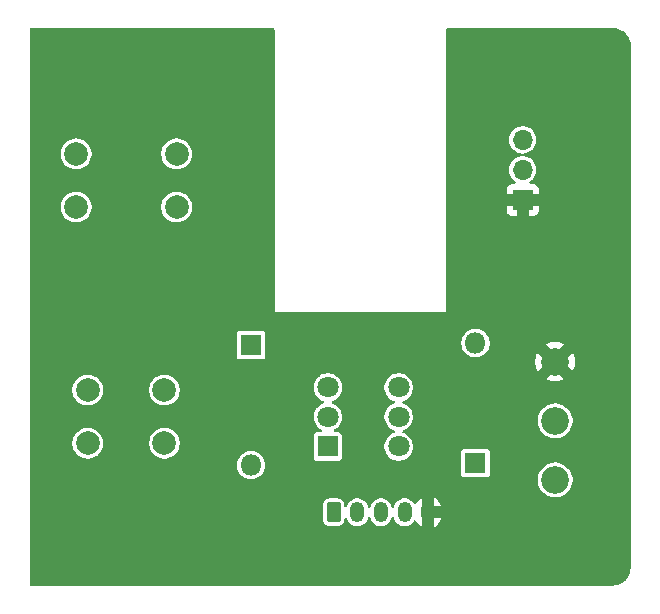
<source format=gbr>
%TF.GenerationSoftware,KiCad,Pcbnew,9.0.0*%
%TF.CreationDate,2025-03-25T16:41:30+02:00*%
%TF.ProjectId,aux,6175782e-6b69-4636-9164-5f7063625858,rev?*%
%TF.SameCoordinates,Original*%
%TF.FileFunction,Copper,L2,Bot*%
%TF.FilePolarity,Positive*%
%FSLAX46Y46*%
G04 Gerber Fmt 4.6, Leading zero omitted, Abs format (unit mm)*
G04 Created by KiCad (PCBNEW 9.0.0) date 2025-03-25 16:41:30*
%MOMM*%
%LPD*%
G01*
G04 APERTURE LIST*
G04 Aperture macros list*
%AMRoundRect*
0 Rectangle with rounded corners*
0 $1 Rounding radius*
0 $2 $3 $4 $5 $6 $7 $8 $9 X,Y pos of 4 corners*
0 Add a 4 corners polygon primitive as box body*
4,1,4,$2,$3,$4,$5,$6,$7,$8,$9,$2,$3,0*
0 Add four circle primitives for the rounded corners*
1,1,$1+$1,$2,$3*
1,1,$1+$1,$4,$5*
1,1,$1+$1,$6,$7*
1,1,$1+$1,$8,$9*
0 Add four rect primitives between the rounded corners*
20,1,$1+$1,$2,$3,$4,$5,0*
20,1,$1+$1,$4,$5,$6,$7,0*
20,1,$1+$1,$6,$7,$8,$9,0*
20,1,$1+$1,$8,$9,$2,$3,0*%
G04 Aperture macros list end*
%TA.AperFunction,ComponentPad*%
%ADD10R,1.800000X1.800000*%
%TD*%
%TA.AperFunction,ComponentPad*%
%ADD11O,1.800000X1.800000*%
%TD*%
%TA.AperFunction,ComponentPad*%
%ADD12C,2.000000*%
%TD*%
%TA.AperFunction,ComponentPad*%
%ADD13RoundRect,0.250000X-0.350000X-0.625000X0.350000X-0.625000X0.350000X0.625000X-0.350000X0.625000X0*%
%TD*%
%TA.AperFunction,ComponentPad*%
%ADD14O,1.200000X1.750000*%
%TD*%
%TA.AperFunction,ComponentPad*%
%ADD15C,1.800000*%
%TD*%
%TA.AperFunction,ComponentPad*%
%ADD16R,1.700000X1.700000*%
%TD*%
%TA.AperFunction,ComponentPad*%
%ADD17O,1.700000X1.700000*%
%TD*%
%TA.AperFunction,ComponentPad*%
%ADD18C,2.340000*%
%TD*%
G04 APERTURE END LIST*
D10*
%TO.P,D1,1,K*%
%TO.N,AUX_DETECT*%
X123750000Y-93340000D03*
D11*
%TO.P,D1,2,A*%
%TO.N,Net-(D1-A)*%
X123750000Y-103500000D03*
%TD*%
D12*
%TO.P,SW2,1,1*%
%TO.N,AUX_DIGITAL*%
X108950000Y-77150000D03*
X117450000Y-77150000D03*
%TO.P,SW2,2,2*%
%TO.N,AUX_DETECT*%
X108950000Y-81650000D03*
X117450000Y-81650000D03*
%TD*%
D13*
%TO.P,J5,1,Pin_1*%
%TO.N,Net-(D1-A)*%
X130750000Y-107500000D03*
D14*
%TO.P,J5,2,Pin_2*%
%TO.N,AUX_DETECT*%
X132750000Y-107500000D03*
%TO.P,J5,3,Pin_3*%
%TO.N,AUX_DIGITAL*%
X134750000Y-107500000D03*
%TO.P,J5,4,Pin_4*%
%TO.N,AUX_ANALOG*%
X136750000Y-107500000D03*
%TO.P,J5,5,Pin_5*%
%TO.N,GND*%
X138750000Y-107500000D03*
%TD*%
D10*
%TO.P,SW3,1,1*%
%TO.N,AUX_DIGITAL*%
X130250000Y-101922500D03*
D15*
%TO.P,SW3,2,2*%
%TO.N,AUX_DETECT*%
X130250000Y-99422500D03*
%TO.P,SW3,3*%
%TO.N,N/C*%
X130250000Y-96922500D03*
%TO.P,SW3,4*%
X136250000Y-101922500D03*
%TO.P,SW3,5*%
X136250000Y-99422500D03*
%TO.P,SW3,6*%
X136250000Y-96922500D03*
%TD*%
D10*
%TO.P,D4,1,K*%
%TO.N,AUX_DIGITAL*%
X142750000Y-103330000D03*
D11*
%TO.P,D4,2,A*%
%TO.N,Net-(D4-A)*%
X142750000Y-93170000D03*
%TD*%
D12*
%TO.P,SW1,1,1*%
%TO.N,AUX_DIGITAL*%
X116425000Y-101650000D03*
X109925000Y-101650000D03*
%TO.P,SW1,2,2*%
%TO.N,AUX_DETECT*%
X116425000Y-97150000D03*
X109925000Y-97150000D03*
%TD*%
D16*
%TO.P,J1,1,Pin_1*%
%TO.N,GND*%
X146750000Y-81040000D03*
D17*
%TO.P,J1,2,Pin_2*%
%TO.N,AUX_DETECT*%
X146750000Y-78500000D03*
%TO.P,J1,3,Pin_3*%
%TO.N,Net-(D4-A)*%
X146750000Y-75960000D03*
%TD*%
D18*
%TO.P,RV1,1,1*%
%TO.N,AUX_DETECT*%
X149500000Y-104750000D03*
%TO.P,RV1,2,2*%
%TO.N,AUX_ANALOG*%
X149500000Y-99750000D03*
%TO.P,RV1,3,3*%
%TO.N,GND*%
X149500000Y-94750000D03*
%TD*%
%TA.AperFunction,Conductor*%
%TO.N,GND*%
G36*
X125693039Y-66520185D02*
G01*
X125738794Y-66572989D01*
X125750000Y-66624500D01*
X125750000Y-90500000D01*
X140250000Y-90500000D01*
X140250000Y-81937844D01*
X145400000Y-81937844D01*
X145406401Y-81997372D01*
X145406403Y-81997379D01*
X145456645Y-82132086D01*
X145456649Y-82132093D01*
X145542809Y-82247187D01*
X145542812Y-82247190D01*
X145657906Y-82333350D01*
X145657913Y-82333354D01*
X145792620Y-82383596D01*
X145792627Y-82383598D01*
X145852155Y-82389999D01*
X145852172Y-82390000D01*
X146250000Y-82390000D01*
X147250000Y-82390000D01*
X147647828Y-82390000D01*
X147647844Y-82389999D01*
X147707372Y-82383598D01*
X147707379Y-82383596D01*
X147842086Y-82333354D01*
X147842093Y-82333350D01*
X147957187Y-82247190D01*
X147957190Y-82247187D01*
X148043350Y-82132093D01*
X148043354Y-82132086D01*
X148093596Y-81997379D01*
X148093598Y-81997372D01*
X148099999Y-81937844D01*
X148100000Y-81937827D01*
X148100000Y-81540000D01*
X147250000Y-81540000D01*
X147250000Y-82390000D01*
X146250000Y-82390000D01*
X146250000Y-81540000D01*
X145400000Y-81540000D01*
X145400000Y-81937844D01*
X140250000Y-81937844D01*
X140250000Y-80142155D01*
X145400000Y-80142155D01*
X145400000Y-80540000D01*
X146684174Y-80540000D01*
X146557007Y-80574075D01*
X146442993Y-80639901D01*
X146349901Y-80732993D01*
X146284075Y-80847007D01*
X146250000Y-80974174D01*
X146250000Y-81105826D01*
X146284075Y-81232993D01*
X146349901Y-81347007D01*
X146442993Y-81440099D01*
X146557007Y-81505925D01*
X146684174Y-81540000D01*
X146815826Y-81540000D01*
X146942993Y-81505925D01*
X147057007Y-81440099D01*
X147150099Y-81347007D01*
X147215925Y-81232993D01*
X147250000Y-81105826D01*
X147250000Y-80974174D01*
X147215925Y-80847007D01*
X147150099Y-80732993D01*
X147057007Y-80639901D01*
X146942993Y-80574075D01*
X146815826Y-80540000D01*
X148100000Y-80540000D01*
X148100000Y-80142172D01*
X148099999Y-80142155D01*
X148093598Y-80082627D01*
X148093596Y-80082620D01*
X148043354Y-79947913D01*
X148043350Y-79947906D01*
X147957190Y-79832812D01*
X147957187Y-79832809D01*
X147842093Y-79746649D01*
X147842086Y-79746645D01*
X147707379Y-79696403D01*
X147707372Y-79696401D01*
X147647844Y-79690000D01*
X147451087Y-79690000D01*
X147384048Y-79670315D01*
X147338293Y-79617511D01*
X147328349Y-79548353D01*
X147357374Y-79484797D01*
X147378202Y-79465682D01*
X147499495Y-79377558D01*
X147499497Y-79377555D01*
X147499501Y-79377553D01*
X147627553Y-79249501D01*
X147733996Y-79102994D01*
X147816211Y-78941639D01*
X147872171Y-78769409D01*
X147886765Y-78677259D01*
X147900500Y-78590551D01*
X147900500Y-78409448D01*
X147877191Y-78262287D01*
X147872171Y-78230591D01*
X147816211Y-78058361D01*
X147816211Y-78058360D01*
X147785054Y-77997213D01*
X147733996Y-77897006D01*
X147720396Y-77878287D01*
X147627558Y-77750505D01*
X147627554Y-77750500D01*
X147499499Y-77622445D01*
X147499494Y-77622441D01*
X147352997Y-77516006D01*
X147352996Y-77516005D01*
X147352994Y-77516004D01*
X147301300Y-77489664D01*
X147191639Y-77433788D01*
X147191636Y-77433787D01*
X147019410Y-77377829D01*
X146859321Y-77352473D01*
X146796186Y-77322544D01*
X146759255Y-77263232D01*
X146760253Y-77193370D01*
X146798863Y-77135137D01*
X146859321Y-77107527D01*
X146929425Y-77096422D01*
X147019409Y-77082171D01*
X147191639Y-77026211D01*
X147352994Y-76943996D01*
X147499501Y-76837553D01*
X147627553Y-76709501D01*
X147733996Y-76562994D01*
X147816211Y-76401639D01*
X147872171Y-76229409D01*
X147886765Y-76137259D01*
X147900500Y-76050551D01*
X147900500Y-75869448D01*
X147884019Y-75765397D01*
X147872171Y-75690591D01*
X147816211Y-75518361D01*
X147816211Y-75518360D01*
X147787740Y-75462484D01*
X147733996Y-75357006D01*
X147720396Y-75338287D01*
X147627558Y-75210505D01*
X147627554Y-75210500D01*
X147499499Y-75082445D01*
X147499494Y-75082441D01*
X147352997Y-74976006D01*
X147352996Y-74976005D01*
X147352994Y-74976004D01*
X147301300Y-74949664D01*
X147191639Y-74893788D01*
X147191636Y-74893787D01*
X147019410Y-74837829D01*
X146840551Y-74809500D01*
X146840546Y-74809500D01*
X146659454Y-74809500D01*
X146659449Y-74809500D01*
X146480589Y-74837829D01*
X146308363Y-74893787D01*
X146308360Y-74893788D01*
X146147002Y-74976006D01*
X146000505Y-75082441D01*
X146000500Y-75082445D01*
X145872445Y-75210500D01*
X145872441Y-75210505D01*
X145766006Y-75357002D01*
X145683788Y-75518360D01*
X145683787Y-75518363D01*
X145627829Y-75690589D01*
X145599500Y-75869448D01*
X145599500Y-76050551D01*
X145627829Y-76229410D01*
X145683787Y-76401636D01*
X145683788Y-76401639D01*
X145766006Y-76562997D01*
X145872441Y-76709494D01*
X145872445Y-76709499D01*
X146000500Y-76837554D01*
X146000505Y-76837558D01*
X146011390Y-76845466D01*
X146147006Y-76943996D01*
X146252484Y-76997740D01*
X146308360Y-77026211D01*
X146308363Y-77026212D01*
X146374338Y-77047648D01*
X146480591Y-77082171D01*
X146553639Y-77093740D01*
X146640678Y-77107527D01*
X146703813Y-77137456D01*
X146740744Y-77196768D01*
X146739746Y-77266631D01*
X146701136Y-77324863D01*
X146640678Y-77352473D01*
X146480589Y-77377829D01*
X146308363Y-77433787D01*
X146308360Y-77433788D01*
X146147002Y-77516006D01*
X146000505Y-77622441D01*
X146000500Y-77622445D01*
X145872445Y-77750500D01*
X145872441Y-77750505D01*
X145766006Y-77897002D01*
X145683788Y-78058360D01*
X145683787Y-78058363D01*
X145627829Y-78230589D01*
X145599500Y-78409448D01*
X145599500Y-78590551D01*
X145627829Y-78769410D01*
X145683787Y-78941636D01*
X145683788Y-78941639D01*
X145766006Y-79102997D01*
X145872441Y-79249494D01*
X145872445Y-79249499D01*
X146000504Y-79377558D01*
X146121798Y-79465682D01*
X146164464Y-79521011D01*
X146170443Y-79590625D01*
X146137838Y-79652420D01*
X146076999Y-79686777D01*
X146048913Y-79690000D01*
X145852155Y-79690000D01*
X145792627Y-79696401D01*
X145792620Y-79696403D01*
X145657913Y-79746645D01*
X145657906Y-79746649D01*
X145542812Y-79832809D01*
X145542809Y-79832812D01*
X145456649Y-79947906D01*
X145456645Y-79947913D01*
X145406403Y-80082620D01*
X145406401Y-80082627D01*
X145400000Y-80142155D01*
X140250000Y-80142155D01*
X140250000Y-66624500D01*
X140269685Y-66557461D01*
X140322489Y-66511706D01*
X140374000Y-66500500D01*
X154334108Y-66500500D01*
X154395572Y-66500500D01*
X154404418Y-66500816D01*
X154604561Y-66515130D01*
X154622063Y-66517647D01*
X154813797Y-66559355D01*
X154830755Y-66564334D01*
X154992064Y-66624500D01*
X155014609Y-66632909D01*
X155030701Y-66640259D01*
X155202904Y-66734288D01*
X155217784Y-66743849D01*
X155374867Y-66861441D01*
X155388237Y-66873027D01*
X155526972Y-67011762D01*
X155538558Y-67025132D01*
X155656146Y-67182210D01*
X155665711Y-67197095D01*
X155759740Y-67369298D01*
X155767090Y-67385390D01*
X155835662Y-67569236D01*
X155840646Y-67586212D01*
X155882351Y-67777931D01*
X155884869Y-67795443D01*
X155899181Y-67995557D01*
X155899497Y-68004443D01*
X155885309Y-112125996D01*
X155885286Y-112126362D01*
X155885286Y-112195572D01*
X155884970Y-112204419D01*
X155870655Y-112404556D01*
X155868137Y-112422067D01*
X155826432Y-112613785D01*
X155821448Y-112630761D01*
X155752877Y-112814605D01*
X155745527Y-112830698D01*
X155651497Y-113002900D01*
X155641932Y-113017784D01*
X155524348Y-113174857D01*
X155512762Y-113188228D01*
X155374017Y-113326972D01*
X155360646Y-113338557D01*
X155203581Y-113456134D01*
X155188697Y-113465700D01*
X155016483Y-113559734D01*
X155000390Y-113567083D01*
X154816552Y-113635650D01*
X154799577Y-113640634D01*
X154607858Y-113682339D01*
X154590345Y-113684857D01*
X154390221Y-113699169D01*
X154381376Y-113699485D01*
X105124000Y-113699493D01*
X105056961Y-113679808D01*
X105011206Y-113627004D01*
X105000000Y-113575493D01*
X105000000Y-106831898D01*
X129849500Y-106831898D01*
X129849500Y-108168102D01*
X129853516Y-108201541D01*
X129860122Y-108256561D01*
X129915639Y-108397343D01*
X130007077Y-108517922D01*
X130127656Y-108609360D01*
X130127657Y-108609360D01*
X130127658Y-108609361D01*
X130268436Y-108664877D01*
X130356898Y-108675500D01*
X130356903Y-108675500D01*
X131143097Y-108675500D01*
X131143102Y-108675500D01*
X131231564Y-108664877D01*
X131372342Y-108609361D01*
X131492922Y-108517922D01*
X131584361Y-108397342D01*
X131639877Y-108256564D01*
X131650500Y-108168102D01*
X131650500Y-108097080D01*
X131670185Y-108030041D01*
X131722989Y-107984286D01*
X131792147Y-107974342D01*
X131855703Y-108003367D01*
X131889061Y-108049628D01*
X131951983Y-108201541D01*
X131951990Y-108201553D01*
X132050535Y-108349034D01*
X132050538Y-108349038D01*
X132175961Y-108474461D01*
X132175965Y-108474464D01*
X132323446Y-108573009D01*
X132323459Y-108573016D01*
X132446363Y-108623923D01*
X132487334Y-108640894D01*
X132487336Y-108640894D01*
X132487341Y-108640896D01*
X132661304Y-108675499D01*
X132661307Y-108675500D01*
X132661309Y-108675500D01*
X132838693Y-108675500D01*
X132838694Y-108675499D01*
X132896682Y-108663964D01*
X133012658Y-108640896D01*
X133012661Y-108640894D01*
X133012666Y-108640894D01*
X133176547Y-108573013D01*
X133324035Y-108474464D01*
X133449464Y-108349035D01*
X133548013Y-108201547D01*
X133615894Y-108037666D01*
X133616906Y-108032581D01*
X133628383Y-107974882D01*
X133660768Y-107912971D01*
X133721483Y-107878397D01*
X133791253Y-107882136D01*
X133847925Y-107923003D01*
X133871617Y-107974882D01*
X133884103Y-108037658D01*
X133884106Y-108037667D01*
X133951983Y-108201540D01*
X133951990Y-108201553D01*
X134050535Y-108349034D01*
X134050538Y-108349038D01*
X134175961Y-108474461D01*
X134175965Y-108474464D01*
X134323446Y-108573009D01*
X134323459Y-108573016D01*
X134446363Y-108623923D01*
X134487334Y-108640894D01*
X134487336Y-108640894D01*
X134487341Y-108640896D01*
X134661304Y-108675499D01*
X134661307Y-108675500D01*
X134661309Y-108675500D01*
X134838693Y-108675500D01*
X134838694Y-108675499D01*
X134896682Y-108663964D01*
X135012658Y-108640896D01*
X135012661Y-108640894D01*
X135012666Y-108640894D01*
X135176547Y-108573013D01*
X135324035Y-108474464D01*
X135449464Y-108349035D01*
X135548013Y-108201547D01*
X135615894Y-108037666D01*
X135616906Y-108032581D01*
X135628383Y-107974882D01*
X135660768Y-107912971D01*
X135721483Y-107878397D01*
X135791253Y-107882136D01*
X135847925Y-107923003D01*
X135871617Y-107974882D01*
X135884103Y-108037658D01*
X135884106Y-108037667D01*
X135951983Y-108201540D01*
X135951990Y-108201553D01*
X136050535Y-108349034D01*
X136050538Y-108349038D01*
X136175961Y-108474461D01*
X136175965Y-108474464D01*
X136323446Y-108573009D01*
X136323459Y-108573016D01*
X136446363Y-108623923D01*
X136487334Y-108640894D01*
X136487336Y-108640894D01*
X136487341Y-108640896D01*
X136661304Y-108675499D01*
X136661307Y-108675500D01*
X136661309Y-108675500D01*
X136838693Y-108675500D01*
X136838694Y-108675499D01*
X136896682Y-108663964D01*
X137012658Y-108640896D01*
X137012661Y-108640894D01*
X137012666Y-108640894D01*
X137176547Y-108573013D01*
X137324035Y-108474464D01*
X137449464Y-108349035D01*
X137535302Y-108220569D01*
X137588914Y-108175765D01*
X137658239Y-108167058D01*
X137721267Y-108197212D01*
X137748889Y-108233166D01*
X137809195Y-108351524D01*
X137910967Y-108491602D01*
X138033397Y-108614032D01*
X138173478Y-108715805D01*
X138250000Y-108754794D01*
X139250000Y-108754794D01*
X139326521Y-108715805D01*
X139466602Y-108614032D01*
X139589032Y-108491602D01*
X139690804Y-108351524D01*
X139769408Y-108197255D01*
X139822914Y-108032581D01*
X139828075Y-108000000D01*
X139250000Y-108000000D01*
X139250000Y-108754794D01*
X138250000Y-108754794D01*
X138250000Y-107450630D01*
X138375000Y-107450630D01*
X138375000Y-107549370D01*
X138400556Y-107644745D01*
X138449925Y-107730255D01*
X138519745Y-107800075D01*
X138605255Y-107849444D01*
X138700630Y-107875000D01*
X138799370Y-107875000D01*
X138894745Y-107849444D01*
X138980255Y-107800075D01*
X139050075Y-107730255D01*
X139099444Y-107644745D01*
X139125000Y-107549370D01*
X139125000Y-107450630D01*
X139099444Y-107355255D01*
X139050075Y-107269745D01*
X138980255Y-107199925D01*
X138894745Y-107150556D01*
X138799370Y-107125000D01*
X138700630Y-107125000D01*
X138605255Y-107150556D01*
X138519745Y-107199925D01*
X138449925Y-107269745D01*
X138400556Y-107355255D01*
X138375000Y-107450630D01*
X138250000Y-107450630D01*
X138250000Y-107000000D01*
X139250000Y-107000000D01*
X139828075Y-107000000D01*
X139822914Y-106967418D01*
X139769408Y-106802744D01*
X139690804Y-106648475D01*
X139589032Y-106508397D01*
X139466602Y-106385967D01*
X139326521Y-106284194D01*
X139250000Y-106245203D01*
X139250000Y-107000000D01*
X138250000Y-107000000D01*
X138250000Y-106245204D01*
X138249999Y-106245203D01*
X138173478Y-106284194D01*
X138033397Y-106385967D01*
X137910967Y-106508397D01*
X137809195Y-106648475D01*
X137748889Y-106766833D01*
X137700914Y-106817629D01*
X137633093Y-106834424D01*
X137566958Y-106811886D01*
X137535302Y-106779429D01*
X137449464Y-106650965D01*
X137449461Y-106650961D01*
X137324038Y-106525538D01*
X137324034Y-106525535D01*
X137176553Y-106426990D01*
X137176540Y-106426983D01*
X137012667Y-106359106D01*
X137012658Y-106359103D01*
X136838694Y-106324500D01*
X136838691Y-106324500D01*
X136661309Y-106324500D01*
X136661306Y-106324500D01*
X136487341Y-106359103D01*
X136487332Y-106359106D01*
X136323459Y-106426983D01*
X136323446Y-106426990D01*
X136175965Y-106525535D01*
X136175961Y-106525538D01*
X136050538Y-106650961D01*
X136050535Y-106650965D01*
X135951990Y-106798446D01*
X135951983Y-106798459D01*
X135884106Y-106962332D01*
X135884104Y-106962340D01*
X135871617Y-107025118D01*
X135839232Y-107087028D01*
X135778516Y-107121603D01*
X135708747Y-107117863D01*
X135652075Y-107076996D01*
X135628383Y-107025118D01*
X135615895Y-106962340D01*
X135615894Y-106962334D01*
X135562913Y-106834424D01*
X135548016Y-106798459D01*
X135548009Y-106798446D01*
X135449464Y-106650965D01*
X135449461Y-106650961D01*
X135324038Y-106525538D01*
X135324034Y-106525535D01*
X135176553Y-106426990D01*
X135176540Y-106426983D01*
X135012667Y-106359106D01*
X135012658Y-106359103D01*
X134838694Y-106324500D01*
X134838691Y-106324500D01*
X134661309Y-106324500D01*
X134661306Y-106324500D01*
X134487341Y-106359103D01*
X134487332Y-106359106D01*
X134323459Y-106426983D01*
X134323446Y-106426990D01*
X134175965Y-106525535D01*
X134175961Y-106525538D01*
X134050538Y-106650961D01*
X134050535Y-106650965D01*
X133951990Y-106798446D01*
X133951983Y-106798459D01*
X133884106Y-106962332D01*
X133884104Y-106962340D01*
X133871617Y-107025118D01*
X133839232Y-107087028D01*
X133778516Y-107121603D01*
X133708747Y-107117863D01*
X133652075Y-107076996D01*
X133628383Y-107025118D01*
X133615895Y-106962340D01*
X133615894Y-106962334D01*
X133562913Y-106834424D01*
X133548016Y-106798459D01*
X133548009Y-106798446D01*
X133449464Y-106650965D01*
X133449461Y-106650961D01*
X133324038Y-106525538D01*
X133324034Y-106525535D01*
X133176553Y-106426990D01*
X133176540Y-106426983D01*
X133012667Y-106359106D01*
X133012658Y-106359103D01*
X132838694Y-106324500D01*
X132838691Y-106324500D01*
X132661309Y-106324500D01*
X132661306Y-106324500D01*
X132487341Y-106359103D01*
X132487332Y-106359106D01*
X132323459Y-106426983D01*
X132323446Y-106426990D01*
X132175965Y-106525535D01*
X132175961Y-106525538D01*
X132050538Y-106650961D01*
X132050535Y-106650965D01*
X131951990Y-106798446D01*
X131951983Y-106798459D01*
X131889061Y-106950371D01*
X131845221Y-107004775D01*
X131778927Y-107026840D01*
X131711227Y-107009561D01*
X131663616Y-106958424D01*
X131650500Y-106902919D01*
X131650500Y-106831903D01*
X131650500Y-106831898D01*
X131639877Y-106743436D01*
X131584361Y-106602658D01*
X131584360Y-106602657D01*
X131584360Y-106602656D01*
X131492922Y-106482077D01*
X131372343Y-106390639D01*
X131231561Y-106335122D01*
X131185926Y-106329642D01*
X131143102Y-106324500D01*
X130356898Y-106324500D01*
X130317853Y-106329188D01*
X130268438Y-106335122D01*
X130127656Y-106390639D01*
X130007077Y-106482077D01*
X129915639Y-106602656D01*
X129860122Y-106743438D01*
X129857313Y-106766833D01*
X129849500Y-106831898D01*
X105000000Y-106831898D01*
X105000000Y-103405513D01*
X122549500Y-103405513D01*
X122549500Y-103594486D01*
X122579059Y-103781118D01*
X122637454Y-103960836D01*
X122723240Y-104129199D01*
X122834310Y-104282073D01*
X122967927Y-104415690D01*
X123120801Y-104526760D01*
X123200347Y-104567290D01*
X123289163Y-104612545D01*
X123289165Y-104612545D01*
X123289168Y-104612547D01*
X123356021Y-104634269D01*
X123468881Y-104670940D01*
X123655514Y-104700500D01*
X123655519Y-104700500D01*
X123844486Y-104700500D01*
X124031118Y-104670940D01*
X124143979Y-104634269D01*
X148029500Y-104634269D01*
X148029500Y-104865730D01*
X148065709Y-105094344D01*
X148137232Y-105314473D01*
X148137233Y-105314476D01*
X148242318Y-105520713D01*
X148378359Y-105707959D01*
X148378363Y-105707964D01*
X148542035Y-105871636D01*
X148542040Y-105871640D01*
X148705366Y-105990302D01*
X148729290Y-106007684D01*
X148864106Y-106076376D01*
X148935523Y-106112766D01*
X148935526Y-106112767D01*
X149045590Y-106148528D01*
X149155657Y-106184291D01*
X149384269Y-106220500D01*
X149384270Y-106220500D01*
X149615730Y-106220500D01*
X149615731Y-106220500D01*
X149844343Y-106184291D01*
X150064476Y-106112766D01*
X150270710Y-106007684D01*
X150457966Y-105871635D01*
X150621635Y-105707966D01*
X150757684Y-105520710D01*
X150862766Y-105314476D01*
X150934291Y-105094343D01*
X150970500Y-104865731D01*
X150970500Y-104634269D01*
X150934291Y-104405657D01*
X150862766Y-104185524D01*
X150862766Y-104185523D01*
X150826376Y-104114106D01*
X150757684Y-103979290D01*
X150740302Y-103955366D01*
X150621640Y-103792040D01*
X150621636Y-103792035D01*
X150457964Y-103628363D01*
X150457959Y-103628359D01*
X150270713Y-103492318D01*
X150270712Y-103492317D01*
X150270710Y-103492316D01*
X150204638Y-103458650D01*
X150064476Y-103387233D01*
X150064473Y-103387232D01*
X149844344Y-103315709D01*
X149730037Y-103297604D01*
X149615731Y-103279500D01*
X149384269Y-103279500D01*
X149308065Y-103291569D01*
X149155655Y-103315709D01*
X148935526Y-103387232D01*
X148935523Y-103387233D01*
X148729286Y-103492318D01*
X148542040Y-103628359D01*
X148542035Y-103628363D01*
X148378363Y-103792035D01*
X148378359Y-103792040D01*
X148242318Y-103979286D01*
X148137233Y-104185523D01*
X148137232Y-104185526D01*
X148065709Y-104405655D01*
X148029500Y-104634269D01*
X124143979Y-104634269D01*
X124210832Y-104612547D01*
X124379199Y-104526760D01*
X124532073Y-104415690D01*
X124665690Y-104282073D01*
X124776760Y-104129199D01*
X124862547Y-103960832D01*
X124920940Y-103781118D01*
X124950500Y-103594486D01*
X124950500Y-103405513D01*
X124920940Y-103218881D01*
X124889786Y-103123000D01*
X124862547Y-103039168D01*
X124862545Y-103039165D01*
X124862545Y-103039163D01*
X124801052Y-102918477D01*
X124776760Y-102870801D01*
X124665690Y-102717927D01*
X124532073Y-102584310D01*
X124379199Y-102473240D01*
X124210836Y-102387454D01*
X124031118Y-102329059D01*
X123844486Y-102299500D01*
X123844481Y-102299500D01*
X123655519Y-102299500D01*
X123655514Y-102299500D01*
X123468881Y-102329059D01*
X123289163Y-102387454D01*
X123120800Y-102473240D01*
X123033579Y-102536610D01*
X122967927Y-102584310D01*
X122967925Y-102584312D01*
X122967924Y-102584312D01*
X122834312Y-102717924D01*
X122834312Y-102717925D01*
X122834310Y-102717927D01*
X122786610Y-102783579D01*
X122723240Y-102870800D01*
X122637454Y-103039163D01*
X122579059Y-103218881D01*
X122549500Y-103405513D01*
X105000000Y-103405513D01*
X105000000Y-101547648D01*
X108624500Y-101547648D01*
X108624500Y-101752351D01*
X108656522Y-101954534D01*
X108719781Y-102149223D01*
X108774816Y-102257234D01*
X108811413Y-102329059D01*
X108812715Y-102331613D01*
X108933028Y-102497213D01*
X109077786Y-102641971D01*
X109182330Y-102717925D01*
X109243390Y-102762287D01*
X109359607Y-102821503D01*
X109425776Y-102855218D01*
X109425778Y-102855218D01*
X109425781Y-102855220D01*
X109530137Y-102889127D01*
X109620465Y-102918477D01*
X109721557Y-102934488D01*
X109822648Y-102950500D01*
X109822649Y-102950500D01*
X110027351Y-102950500D01*
X110027352Y-102950500D01*
X110229534Y-102918477D01*
X110424219Y-102855220D01*
X110606610Y-102762287D01*
X110699590Y-102694732D01*
X110772213Y-102641971D01*
X110772215Y-102641968D01*
X110772219Y-102641966D01*
X110916966Y-102497219D01*
X110916968Y-102497215D01*
X110916971Y-102497213D01*
X110999709Y-102383332D01*
X111037287Y-102331610D01*
X111130220Y-102149219D01*
X111193477Y-101954534D01*
X111225500Y-101752352D01*
X111225500Y-101547648D01*
X115124500Y-101547648D01*
X115124500Y-101752351D01*
X115156522Y-101954534D01*
X115219781Y-102149223D01*
X115274816Y-102257234D01*
X115311413Y-102329059D01*
X115312715Y-102331613D01*
X115433028Y-102497213D01*
X115577786Y-102641971D01*
X115682330Y-102717925D01*
X115743390Y-102762287D01*
X115859607Y-102821503D01*
X115925776Y-102855218D01*
X115925778Y-102855218D01*
X115925781Y-102855220D01*
X116030137Y-102889127D01*
X116120465Y-102918477D01*
X116221557Y-102934488D01*
X116322648Y-102950500D01*
X116322649Y-102950500D01*
X116527351Y-102950500D01*
X116527352Y-102950500D01*
X116729534Y-102918477D01*
X116924219Y-102855220D01*
X117106610Y-102762287D01*
X117199590Y-102694732D01*
X117272213Y-102641971D01*
X117272215Y-102641968D01*
X117272219Y-102641966D01*
X117416966Y-102497219D01*
X117416968Y-102497215D01*
X117416971Y-102497213D01*
X117499709Y-102383332D01*
X117537287Y-102331610D01*
X117630220Y-102149219D01*
X117693477Y-101954534D01*
X117725500Y-101752352D01*
X117725500Y-101547648D01*
X117693477Y-101345466D01*
X117630220Y-101150781D01*
X117630218Y-101150778D01*
X117630218Y-101150776D01*
X117557308Y-101007684D01*
X117537287Y-100968390D01*
X117525747Y-100952506D01*
X117416971Y-100802786D01*
X117272213Y-100658028D01*
X117106613Y-100537715D01*
X117106612Y-100537714D01*
X117106610Y-100537713D01*
X117049653Y-100508691D01*
X116924223Y-100444781D01*
X116729534Y-100381522D01*
X116554995Y-100353878D01*
X116527352Y-100349500D01*
X116322648Y-100349500D01*
X116298329Y-100353351D01*
X116120465Y-100381522D01*
X115925776Y-100444781D01*
X115743386Y-100537715D01*
X115577786Y-100658028D01*
X115433028Y-100802786D01*
X115312715Y-100968386D01*
X115219781Y-101150776D01*
X115156522Y-101345465D01*
X115124500Y-101547648D01*
X111225500Y-101547648D01*
X111193477Y-101345466D01*
X111130220Y-101150781D01*
X111130218Y-101150778D01*
X111130218Y-101150776D01*
X111057308Y-101007684D01*
X111037287Y-100968390D01*
X111025747Y-100952506D01*
X110916971Y-100802786D01*
X110772213Y-100658028D01*
X110606613Y-100537715D01*
X110606612Y-100537714D01*
X110606610Y-100537713D01*
X110549653Y-100508691D01*
X110424223Y-100444781D01*
X110229534Y-100381522D01*
X110054995Y-100353878D01*
X110027352Y-100349500D01*
X109822648Y-100349500D01*
X109798329Y-100353351D01*
X109620465Y-100381522D01*
X109425776Y-100444781D01*
X109243386Y-100537715D01*
X109077786Y-100658028D01*
X108933028Y-100802786D01*
X108812715Y-100968386D01*
X108719781Y-101150776D01*
X108656522Y-101345465D01*
X108624500Y-101547648D01*
X105000000Y-101547648D01*
X105000000Y-97047648D01*
X108624500Y-97047648D01*
X108624500Y-97252351D01*
X108656522Y-97454534D01*
X108719781Y-97649223D01*
X108812715Y-97831613D01*
X108933028Y-97997213D01*
X109077786Y-98141971D01*
X109187939Y-98222000D01*
X109243390Y-98262287D01*
X109359607Y-98321503D01*
X109425776Y-98355218D01*
X109425778Y-98355218D01*
X109425781Y-98355220D01*
X109524304Y-98387232D01*
X109620465Y-98418477D01*
X109721557Y-98434488D01*
X109822648Y-98450500D01*
X109822649Y-98450500D01*
X110027351Y-98450500D01*
X110027352Y-98450500D01*
X110229534Y-98418477D01*
X110424219Y-98355220D01*
X110606610Y-98262287D01*
X110710737Y-98186635D01*
X110772213Y-98141971D01*
X110772215Y-98141968D01*
X110772219Y-98141966D01*
X110916966Y-97997219D01*
X110916968Y-97997215D01*
X110916971Y-97997213D01*
X111032506Y-97838190D01*
X111037287Y-97831610D01*
X111130220Y-97649219D01*
X111193477Y-97454534D01*
X111225500Y-97252352D01*
X111225500Y-97047648D01*
X115124500Y-97047648D01*
X115124500Y-97252351D01*
X115156522Y-97454534D01*
X115219781Y-97649223D01*
X115312715Y-97831613D01*
X115433028Y-97997213D01*
X115577786Y-98141971D01*
X115687939Y-98222000D01*
X115743390Y-98262287D01*
X115859607Y-98321503D01*
X115925776Y-98355218D01*
X115925778Y-98355218D01*
X115925781Y-98355220D01*
X116024304Y-98387232D01*
X116120465Y-98418477D01*
X116221557Y-98434488D01*
X116322648Y-98450500D01*
X116322649Y-98450500D01*
X116527351Y-98450500D01*
X116527352Y-98450500D01*
X116729534Y-98418477D01*
X116924219Y-98355220D01*
X117106610Y-98262287D01*
X117210737Y-98186635D01*
X117272213Y-98141971D01*
X117272215Y-98141968D01*
X117272219Y-98141966D01*
X117416966Y-97997219D01*
X117416968Y-97997215D01*
X117416971Y-97997213D01*
X117532506Y-97838190D01*
X117537287Y-97831610D01*
X117630220Y-97649219D01*
X117693477Y-97454534D01*
X117725500Y-97252352D01*
X117725500Y-97047648D01*
X117693477Y-96845466D01*
X117687806Y-96828013D01*
X129049500Y-96828013D01*
X129049500Y-97016986D01*
X129079059Y-97203618D01*
X129137454Y-97383336D01*
X129173732Y-97454534D01*
X129223240Y-97551699D01*
X129334310Y-97704573D01*
X129467927Y-97838190D01*
X129620801Y-97949260D01*
X129700347Y-97989790D01*
X129789163Y-98035045D01*
X129789165Y-98035045D01*
X129789168Y-98035047D01*
X129849251Y-98054569D01*
X129906926Y-98094007D01*
X129934124Y-98158366D01*
X129922209Y-98227212D01*
X129874965Y-98278688D01*
X129849253Y-98290430D01*
X129830756Y-98296439D01*
X129789163Y-98309954D01*
X129620800Y-98395740D01*
X129589506Y-98418477D01*
X129467927Y-98506810D01*
X129467925Y-98506812D01*
X129467924Y-98506812D01*
X129334312Y-98640424D01*
X129334312Y-98640425D01*
X129334310Y-98640427D01*
X129286610Y-98706079D01*
X129223240Y-98793300D01*
X129137454Y-98961663D01*
X129079059Y-99141381D01*
X129049500Y-99328013D01*
X129049500Y-99516986D01*
X129079059Y-99703618D01*
X129137454Y-99883336D01*
X129223240Y-100051699D01*
X129334310Y-100204573D01*
X129467927Y-100338190D01*
X129582582Y-100421492D01*
X129620802Y-100449261D01*
X129695881Y-100487515D01*
X129746677Y-100535489D01*
X129763473Y-100603310D01*
X129740936Y-100669445D01*
X129686221Y-100712897D01*
X129639587Y-100722000D01*
X129305143Y-100722000D01*
X129305117Y-100722002D01*
X129280012Y-100724913D01*
X129280008Y-100724915D01*
X129177235Y-100770293D01*
X129097794Y-100849734D01*
X129052415Y-100952506D01*
X129052415Y-100952508D01*
X129049500Y-100977631D01*
X129049500Y-102867356D01*
X129049502Y-102867382D01*
X129052413Y-102892487D01*
X129052415Y-102892491D01*
X129097793Y-102995264D01*
X129097794Y-102995265D01*
X129177235Y-103074706D01*
X129280009Y-103120085D01*
X129305135Y-103123000D01*
X131194864Y-103122999D01*
X131194879Y-103122997D01*
X131194882Y-103122997D01*
X131219987Y-103120086D01*
X131219988Y-103120085D01*
X131219991Y-103120085D01*
X131322765Y-103074706D01*
X131402206Y-102995265D01*
X131447585Y-102892491D01*
X131450500Y-102867365D01*
X131450499Y-100977636D01*
X131449427Y-100968390D01*
X131447586Y-100952512D01*
X131447585Y-100952510D01*
X131447585Y-100952509D01*
X131402206Y-100849735D01*
X131322765Y-100770294D01*
X131322763Y-100770293D01*
X131219992Y-100724915D01*
X131194868Y-100722000D01*
X130860413Y-100722000D01*
X130793374Y-100702315D01*
X130747619Y-100649511D01*
X130737675Y-100580353D01*
X130766700Y-100516797D01*
X130804119Y-100487515D01*
X130879197Y-100449261D01*
X130879196Y-100449261D01*
X130879199Y-100449260D01*
X131032073Y-100338190D01*
X131165690Y-100204573D01*
X131276760Y-100051699D01*
X131362547Y-99883332D01*
X131420940Y-99703618D01*
X131435768Y-99609999D01*
X131450500Y-99516986D01*
X131450500Y-99328013D01*
X131420940Y-99141381D01*
X131393846Y-99057997D01*
X131362547Y-98961668D01*
X131362545Y-98961665D01*
X131362545Y-98961663D01*
X131276759Y-98793300D01*
X131275839Y-98792034D01*
X131165690Y-98640427D01*
X131032073Y-98506810D01*
X130879199Y-98395740D01*
X130710832Y-98309953D01*
X130650748Y-98290430D01*
X130593073Y-98250993D01*
X130565875Y-98186635D01*
X130577790Y-98117788D01*
X130625034Y-98066313D01*
X130650746Y-98054569D01*
X130710832Y-98035047D01*
X130879199Y-97949260D01*
X131032073Y-97838190D01*
X131165690Y-97704573D01*
X131276760Y-97551699D01*
X131362547Y-97383332D01*
X131420940Y-97203618D01*
X131450500Y-97016986D01*
X131450500Y-96828013D01*
X135049500Y-96828013D01*
X135049500Y-97016986D01*
X135079059Y-97203618D01*
X135137454Y-97383336D01*
X135173732Y-97454534D01*
X135223240Y-97551699D01*
X135334310Y-97704573D01*
X135467927Y-97838190D01*
X135620801Y-97949260D01*
X135700347Y-97989790D01*
X135789163Y-98035045D01*
X135789165Y-98035045D01*
X135789168Y-98035047D01*
X135849251Y-98054569D01*
X135906926Y-98094007D01*
X135934124Y-98158366D01*
X135922209Y-98227212D01*
X135874965Y-98278688D01*
X135849253Y-98290430D01*
X135830756Y-98296439D01*
X135789163Y-98309954D01*
X135620800Y-98395740D01*
X135589506Y-98418477D01*
X135467927Y-98506810D01*
X135467925Y-98506812D01*
X135467924Y-98506812D01*
X135334312Y-98640424D01*
X135334312Y-98640425D01*
X135334310Y-98640427D01*
X135286610Y-98706079D01*
X135223240Y-98793300D01*
X135137454Y-98961663D01*
X135079059Y-99141381D01*
X135049500Y-99328013D01*
X135049500Y-99516986D01*
X135079059Y-99703618D01*
X135137454Y-99883336D01*
X135223240Y-100051699D01*
X135334310Y-100204573D01*
X135467927Y-100338190D01*
X135620801Y-100449260D01*
X135695881Y-100487515D01*
X135789163Y-100535045D01*
X135789165Y-100535045D01*
X135789168Y-100535047D01*
X135849251Y-100554569D01*
X135906926Y-100594007D01*
X135934124Y-100658366D01*
X135922209Y-100727212D01*
X135874965Y-100778688D01*
X135849253Y-100790430D01*
X135830756Y-100796439D01*
X135789163Y-100809954D01*
X135620800Y-100895740D01*
X135542661Y-100952512D01*
X135467927Y-101006810D01*
X135467925Y-101006812D01*
X135467924Y-101006812D01*
X135334312Y-101140424D01*
X135334312Y-101140425D01*
X135334310Y-101140427D01*
X135302442Y-101184290D01*
X135223240Y-101293300D01*
X135137454Y-101461663D01*
X135079059Y-101641381D01*
X135049500Y-101828013D01*
X135049500Y-102016986D01*
X135079059Y-102203618D01*
X135137454Y-102383336D01*
X135183263Y-102473240D01*
X135223240Y-102551699D01*
X135334310Y-102704573D01*
X135467927Y-102838190D01*
X135620801Y-102949260D01*
X135700347Y-102989790D01*
X135789163Y-103035045D01*
X135789165Y-103035045D01*
X135789168Y-103035047D01*
X135885497Y-103066346D01*
X135968881Y-103093440D01*
X136155514Y-103123000D01*
X136155519Y-103123000D01*
X136344486Y-103123000D01*
X136531118Y-103093440D01*
X136710832Y-103035047D01*
X136879199Y-102949260D01*
X137032073Y-102838190D01*
X137165690Y-102704573D01*
X137276760Y-102551699D01*
X137361630Y-102385131D01*
X141549500Y-102385131D01*
X141549500Y-104274856D01*
X141549502Y-104274882D01*
X141552413Y-104299987D01*
X141552415Y-104299991D01*
X141597793Y-104402764D01*
X141597794Y-104402765D01*
X141677235Y-104482206D01*
X141780009Y-104527585D01*
X141805135Y-104530500D01*
X143694864Y-104530499D01*
X143694879Y-104530497D01*
X143694882Y-104530497D01*
X143719987Y-104527586D01*
X143719988Y-104527585D01*
X143719991Y-104527585D01*
X143740899Y-104518353D01*
X143746313Y-104515963D01*
X143774572Y-104503485D01*
X143822765Y-104482206D01*
X143902206Y-104402765D01*
X143947585Y-104299991D01*
X143950500Y-104274865D01*
X143950499Y-102385136D01*
X143950290Y-102383332D01*
X143947586Y-102360012D01*
X143947585Y-102360010D01*
X143947585Y-102360009D01*
X143902206Y-102257235D01*
X143822765Y-102177794D01*
X143758049Y-102149219D01*
X143719992Y-102132415D01*
X143694865Y-102129500D01*
X141805143Y-102129500D01*
X141805117Y-102129502D01*
X141780012Y-102132413D01*
X141780008Y-102132415D01*
X141677235Y-102177793D01*
X141597794Y-102257234D01*
X141552415Y-102360006D01*
X141552415Y-102360008D01*
X141549500Y-102385131D01*
X137361630Y-102385131D01*
X137362545Y-102383336D01*
X137362545Y-102383335D01*
X137362547Y-102383332D01*
X137420940Y-102203618D01*
X137429556Y-102149219D01*
X137450500Y-102016986D01*
X137450500Y-101828013D01*
X137420940Y-101641381D01*
X137362545Y-101461663D01*
X137276759Y-101293300D01*
X137165690Y-101140427D01*
X137032073Y-101006810D01*
X136879199Y-100895740D01*
X136710832Y-100809953D01*
X136650748Y-100790430D01*
X136593073Y-100750993D01*
X136565875Y-100686635D01*
X136577790Y-100617788D01*
X136625034Y-100566313D01*
X136650746Y-100554569D01*
X136710832Y-100535047D01*
X136879199Y-100449260D01*
X137032073Y-100338190D01*
X137165690Y-100204573D01*
X137276760Y-100051699D01*
X137362547Y-99883332D01*
X137420940Y-99703618D01*
X137431924Y-99634269D01*
X148029500Y-99634269D01*
X148029500Y-99865731D01*
X148047604Y-99980037D01*
X148065709Y-100094344D01*
X148137232Y-100314473D01*
X148137233Y-100314476D01*
X148203628Y-100444781D01*
X148240322Y-100516797D01*
X148242318Y-100520713D01*
X148378359Y-100707959D01*
X148378363Y-100707964D01*
X148542035Y-100871636D01*
X148542040Y-100871640D01*
X148653348Y-100952509D01*
X148729290Y-101007684D01*
X148864106Y-101076376D01*
X148935523Y-101112766D01*
X148935526Y-101112767D01*
X149020647Y-101140424D01*
X149155657Y-101184291D01*
X149384269Y-101220500D01*
X149384270Y-101220500D01*
X149615730Y-101220500D01*
X149615731Y-101220500D01*
X149844343Y-101184291D01*
X150064476Y-101112766D01*
X150270710Y-101007684D01*
X150457966Y-100871635D01*
X150621635Y-100707966D01*
X150757684Y-100520710D01*
X150862766Y-100314476D01*
X150934291Y-100094343D01*
X150970500Y-99865731D01*
X150970500Y-99634269D01*
X150934291Y-99405657D01*
X150862766Y-99185524D01*
X150862766Y-99185523D01*
X150826376Y-99114106D01*
X150757684Y-98979290D01*
X150622555Y-98793300D01*
X150621640Y-98792040D01*
X150621636Y-98792035D01*
X150457964Y-98628363D01*
X150457959Y-98628359D01*
X150270713Y-98492318D01*
X150270712Y-98492317D01*
X150270710Y-98492316D01*
X150188642Y-98450500D01*
X150064476Y-98387233D01*
X150064473Y-98387232D01*
X149844344Y-98315709D01*
X149730037Y-98297604D01*
X149615731Y-98279500D01*
X149384269Y-98279500D01*
X149315254Y-98290431D01*
X149155655Y-98315709D01*
X148935526Y-98387232D01*
X148935523Y-98387233D01*
X148729286Y-98492318D01*
X148542040Y-98628359D01*
X148542035Y-98628363D01*
X148378363Y-98792035D01*
X148378359Y-98792040D01*
X148242318Y-98979286D01*
X148137233Y-99185523D01*
X148137232Y-99185526D01*
X148065709Y-99405655D01*
X148065709Y-99405657D01*
X148029500Y-99634269D01*
X137431924Y-99634269D01*
X137435768Y-99609999D01*
X137450500Y-99516986D01*
X137450500Y-99328013D01*
X137420940Y-99141381D01*
X137393846Y-99057997D01*
X137362547Y-98961668D01*
X137362545Y-98961665D01*
X137362545Y-98961663D01*
X137276759Y-98793300D01*
X137275839Y-98792034D01*
X137165690Y-98640427D01*
X137032073Y-98506810D01*
X136879199Y-98395740D01*
X136710832Y-98309953D01*
X136650748Y-98290430D01*
X136593073Y-98250993D01*
X136565875Y-98186635D01*
X136577790Y-98117788D01*
X136625034Y-98066313D01*
X136650746Y-98054569D01*
X136710832Y-98035047D01*
X136879199Y-97949260D01*
X137032073Y-97838190D01*
X137165690Y-97704573D01*
X137276760Y-97551699D01*
X137362547Y-97383332D01*
X137420940Y-97203618D01*
X137450500Y-97016986D01*
X137450500Y-96828013D01*
X137420940Y-96641381D01*
X137364731Y-96468390D01*
X137362547Y-96461668D01*
X137362545Y-96461665D01*
X137362545Y-96461663D01*
X137297887Y-96334765D01*
X137276760Y-96293301D01*
X137276758Y-96293298D01*
X137276757Y-96293296D01*
X137252413Y-96259790D01*
X137252411Y-96259788D01*
X137231744Y-96231343D01*
X148725762Y-96231343D01*
X148759780Y-96250984D01*
X148759801Y-96250994D01*
X148962043Y-96334765D01*
X149173503Y-96391426D01*
X149390532Y-96419998D01*
X149390549Y-96420000D01*
X149609451Y-96420000D01*
X149609467Y-96419998D01*
X149826496Y-96391426D01*
X150037956Y-96334765D01*
X150240201Y-96250993D01*
X150240214Y-96250987D01*
X150274236Y-96231342D01*
X149500001Y-95457106D01*
X149500000Y-95457106D01*
X148725762Y-96231343D01*
X137231744Y-96231343D01*
X137165690Y-96140427D01*
X137032073Y-96006810D01*
X136879199Y-95895740D01*
X136710836Y-95809954D01*
X136531118Y-95751559D01*
X136344486Y-95722000D01*
X136344481Y-95722000D01*
X136155519Y-95722000D01*
X136155514Y-95722000D01*
X135968881Y-95751559D01*
X135789163Y-95809954D01*
X135620800Y-95895740D01*
X135553302Y-95944781D01*
X135467927Y-96006810D01*
X135467925Y-96006812D01*
X135467924Y-96006812D01*
X135334312Y-96140424D01*
X135334312Y-96140425D01*
X135334310Y-96140427D01*
X135321522Y-96158028D01*
X135223240Y-96293300D01*
X135137454Y-96461663D01*
X135079059Y-96641381D01*
X135049500Y-96828013D01*
X131450500Y-96828013D01*
X131420940Y-96641381D01*
X131364731Y-96468390D01*
X131362547Y-96461668D01*
X131362545Y-96461665D01*
X131362545Y-96461663D01*
X131297887Y-96334765D01*
X131276760Y-96293301D01*
X131165690Y-96140427D01*
X131032073Y-96006810D01*
X130879199Y-95895740D01*
X130710836Y-95809954D01*
X130531118Y-95751559D01*
X130344486Y-95722000D01*
X130344481Y-95722000D01*
X130155519Y-95722000D01*
X130155514Y-95722000D01*
X129968881Y-95751559D01*
X129789163Y-95809954D01*
X129620800Y-95895740D01*
X129553302Y-95944781D01*
X129467927Y-96006810D01*
X129467925Y-96006812D01*
X129467924Y-96006812D01*
X129334312Y-96140424D01*
X129334312Y-96140425D01*
X129334310Y-96140427D01*
X129321522Y-96158028D01*
X129223240Y-96293300D01*
X129137454Y-96461663D01*
X129079059Y-96641381D01*
X129049500Y-96828013D01*
X117687806Y-96828013D01*
X117630220Y-96650781D01*
X117630218Y-96650778D01*
X117630218Y-96650776D01*
X117596503Y-96584607D01*
X117537287Y-96468390D01*
X117502130Y-96420000D01*
X117416971Y-96302786D01*
X117272213Y-96158028D01*
X117106613Y-96037715D01*
X117106612Y-96037714D01*
X117106610Y-96037713D01*
X117049653Y-96008691D01*
X116924223Y-95944781D01*
X116729534Y-95881522D01*
X116554995Y-95853878D01*
X116527352Y-95849500D01*
X116322648Y-95849500D01*
X116298329Y-95853351D01*
X116120465Y-95881522D01*
X115925776Y-95944781D01*
X115743386Y-96037715D01*
X115577786Y-96158028D01*
X115433028Y-96302786D01*
X115312715Y-96468386D01*
X115219781Y-96650776D01*
X115156522Y-96845465D01*
X115124500Y-97047648D01*
X111225500Y-97047648D01*
X111193477Y-96845466D01*
X111130220Y-96650781D01*
X111130218Y-96650778D01*
X111130218Y-96650776D01*
X111096503Y-96584607D01*
X111037287Y-96468390D01*
X111002130Y-96420000D01*
X110916971Y-96302786D01*
X110772213Y-96158028D01*
X110606613Y-96037715D01*
X110606612Y-96037714D01*
X110606610Y-96037713D01*
X110549653Y-96008691D01*
X110424223Y-95944781D01*
X110229534Y-95881522D01*
X110054995Y-95853878D01*
X110027352Y-95849500D01*
X109822648Y-95849500D01*
X109798329Y-95853351D01*
X109620465Y-95881522D01*
X109425776Y-95944781D01*
X109243386Y-96037715D01*
X109077786Y-96158028D01*
X108933028Y-96302786D01*
X108812715Y-96468386D01*
X108719781Y-96650776D01*
X108656522Y-96845465D01*
X108624500Y-97047648D01*
X105000000Y-97047648D01*
X105000000Y-94640548D01*
X147830000Y-94640548D01*
X147830000Y-94859451D01*
X147830001Y-94859467D01*
X147858573Y-95076496D01*
X147915234Y-95287956D01*
X147999002Y-95490192D01*
X147999006Y-95490200D01*
X148018656Y-95524235D01*
X148792893Y-94750000D01*
X148792893Y-94749999D01*
X148728875Y-94685981D01*
X148850000Y-94685981D01*
X148850000Y-94814019D01*
X148874979Y-94939598D01*
X148923978Y-95057890D01*
X148995112Y-95164351D01*
X149085649Y-95254888D01*
X149192110Y-95326022D01*
X149310402Y-95375021D01*
X149435981Y-95400000D01*
X149564019Y-95400000D01*
X149689598Y-95375021D01*
X149807890Y-95326022D01*
X149914351Y-95254888D01*
X150004888Y-95164351D01*
X150076022Y-95057890D01*
X150125021Y-94939598D01*
X150150000Y-94814019D01*
X150150000Y-94750000D01*
X150207106Y-94750000D01*
X150981342Y-95524235D01*
X151000987Y-95490214D01*
X151000993Y-95490201D01*
X151084765Y-95287956D01*
X151141426Y-95076496D01*
X151169998Y-94859467D01*
X151170000Y-94859451D01*
X151170000Y-94640548D01*
X151169998Y-94640532D01*
X151141426Y-94423503D01*
X151084765Y-94212043D01*
X151000994Y-94009801D01*
X151000984Y-94009780D01*
X150981343Y-93975763D01*
X150981343Y-93975762D01*
X150207106Y-94750000D01*
X150150000Y-94750000D01*
X150150000Y-94685981D01*
X150125021Y-94560402D01*
X150076022Y-94442110D01*
X150004888Y-94335649D01*
X149914351Y-94245112D01*
X149807890Y-94173978D01*
X149689598Y-94124979D01*
X149564019Y-94100000D01*
X149435981Y-94100000D01*
X149310402Y-94124979D01*
X149192110Y-94173978D01*
X149085649Y-94245112D01*
X148995112Y-94335649D01*
X148923978Y-94442110D01*
X148874979Y-94560402D01*
X148850000Y-94685981D01*
X148728875Y-94685981D01*
X148018656Y-93975762D01*
X148018656Y-93975763D01*
X147999008Y-94009794D01*
X147999003Y-94009804D01*
X147915234Y-94212043D01*
X147858573Y-94423503D01*
X147830001Y-94640532D01*
X147830000Y-94640548D01*
X105000000Y-94640548D01*
X105000000Y-92395131D01*
X122549500Y-92395131D01*
X122549500Y-94284856D01*
X122549502Y-94284882D01*
X122552413Y-94309987D01*
X122552415Y-94309991D01*
X122597793Y-94412764D01*
X122597794Y-94412765D01*
X122677235Y-94492206D01*
X122780009Y-94537585D01*
X122805135Y-94540500D01*
X124694864Y-94540499D01*
X124694879Y-94540497D01*
X124694882Y-94540497D01*
X124719986Y-94537586D01*
X124719987Y-94537585D01*
X124719991Y-94537585D01*
X124822765Y-94492206D01*
X124902206Y-94412765D01*
X124947585Y-94309991D01*
X124950500Y-94284865D01*
X124950499Y-93075513D01*
X141549500Y-93075513D01*
X141549500Y-93264486D01*
X141579059Y-93451118D01*
X141637454Y-93630836D01*
X141723240Y-93799199D01*
X141834310Y-93952073D01*
X141967927Y-94085690D01*
X142120801Y-94196760D01*
X142150796Y-94212043D01*
X142289163Y-94282545D01*
X142289165Y-94282545D01*
X142289168Y-94282547D01*
X142373638Y-94309993D01*
X142468881Y-94340940D01*
X142655514Y-94370500D01*
X142655519Y-94370500D01*
X142844486Y-94370500D01*
X143031118Y-94340940D01*
X143047402Y-94335649D01*
X143210832Y-94282547D01*
X143379199Y-94196760D01*
X143532073Y-94085690D01*
X143665690Y-93952073D01*
X143776760Y-93799199D01*
X143862547Y-93630832D01*
X143920940Y-93451118D01*
X143945873Y-93293700D01*
X143949840Y-93268656D01*
X148725762Y-93268656D01*
X149500000Y-94042893D01*
X149500001Y-94042893D01*
X150274236Y-93268656D01*
X150240200Y-93249006D01*
X150240192Y-93249002D01*
X150037956Y-93165234D01*
X149826496Y-93108573D01*
X149609467Y-93080001D01*
X149609451Y-93080000D01*
X149390549Y-93080000D01*
X149390532Y-93080001D01*
X149173503Y-93108573D01*
X148962043Y-93165234D01*
X148759804Y-93249003D01*
X148759794Y-93249008D01*
X148725763Y-93268656D01*
X148725762Y-93268656D01*
X143949840Y-93268656D01*
X143950500Y-93264486D01*
X143950500Y-93075513D01*
X143920940Y-92888881D01*
X143862545Y-92709163D01*
X143776759Y-92540800D01*
X143665690Y-92387927D01*
X143532073Y-92254310D01*
X143379199Y-92143240D01*
X143371859Y-92139500D01*
X143210836Y-92057454D01*
X143031118Y-91999059D01*
X142844486Y-91969500D01*
X142844481Y-91969500D01*
X142655519Y-91969500D01*
X142655514Y-91969500D01*
X142468881Y-91999059D01*
X142289163Y-92057454D01*
X142120800Y-92143240D01*
X142059479Y-92187793D01*
X141967927Y-92254310D01*
X141967925Y-92254312D01*
X141967924Y-92254312D01*
X141834312Y-92387924D01*
X141834312Y-92387925D01*
X141834310Y-92387927D01*
X141786610Y-92453579D01*
X141723240Y-92540800D01*
X141637454Y-92709163D01*
X141579059Y-92888881D01*
X141549500Y-93075513D01*
X124950499Y-93075513D01*
X124950499Y-92395136D01*
X124949663Y-92387924D01*
X124947586Y-92370012D01*
X124947585Y-92370010D01*
X124947585Y-92370009D01*
X124902206Y-92267235D01*
X124822765Y-92187794D01*
X124822763Y-92187793D01*
X124719992Y-92142415D01*
X124694865Y-92139500D01*
X122805143Y-92139500D01*
X122805117Y-92139502D01*
X122780012Y-92142413D01*
X122780008Y-92142415D01*
X122677235Y-92187793D01*
X122597794Y-92267234D01*
X122552415Y-92370006D01*
X122552415Y-92370008D01*
X122549500Y-92395131D01*
X105000000Y-92395131D01*
X105000000Y-81547648D01*
X107649500Y-81547648D01*
X107649500Y-81752351D01*
X107681522Y-81954534D01*
X107744781Y-82149223D01*
X107837715Y-82331613D01*
X107958028Y-82497213D01*
X108102786Y-82641971D01*
X108257749Y-82754556D01*
X108268390Y-82762287D01*
X108384607Y-82821503D01*
X108450776Y-82855218D01*
X108450778Y-82855218D01*
X108450781Y-82855220D01*
X108555137Y-82889127D01*
X108645465Y-82918477D01*
X108746557Y-82934488D01*
X108847648Y-82950500D01*
X108847649Y-82950500D01*
X109052351Y-82950500D01*
X109052352Y-82950500D01*
X109254534Y-82918477D01*
X109449219Y-82855220D01*
X109631610Y-82762287D01*
X109724590Y-82694732D01*
X109797213Y-82641971D01*
X109797215Y-82641968D01*
X109797219Y-82641966D01*
X109941966Y-82497219D01*
X109941968Y-82497215D01*
X109941971Y-82497213D01*
X109994732Y-82424590D01*
X110062287Y-82331610D01*
X110155220Y-82149219D01*
X110218477Y-81954534D01*
X110250500Y-81752352D01*
X110250500Y-81547648D01*
X116149500Y-81547648D01*
X116149500Y-81752351D01*
X116181522Y-81954534D01*
X116244781Y-82149223D01*
X116337715Y-82331613D01*
X116458028Y-82497213D01*
X116602786Y-82641971D01*
X116757749Y-82754556D01*
X116768390Y-82762287D01*
X116884607Y-82821503D01*
X116950776Y-82855218D01*
X116950778Y-82855218D01*
X116950781Y-82855220D01*
X117055137Y-82889127D01*
X117145465Y-82918477D01*
X117246557Y-82934488D01*
X117347648Y-82950500D01*
X117347649Y-82950500D01*
X117552351Y-82950500D01*
X117552352Y-82950500D01*
X117754534Y-82918477D01*
X117949219Y-82855220D01*
X118131610Y-82762287D01*
X118224590Y-82694732D01*
X118297213Y-82641971D01*
X118297215Y-82641968D01*
X118297219Y-82641966D01*
X118441966Y-82497219D01*
X118441968Y-82497215D01*
X118441971Y-82497213D01*
X118494732Y-82424590D01*
X118562287Y-82331610D01*
X118655220Y-82149219D01*
X118718477Y-81954534D01*
X118750500Y-81752352D01*
X118750500Y-81547648D01*
X118718477Y-81345466D01*
X118655220Y-81150781D01*
X118655218Y-81150778D01*
X118655218Y-81150776D01*
X118621503Y-81084607D01*
X118562287Y-80968390D01*
X118554556Y-80957749D01*
X118441971Y-80802786D01*
X118297213Y-80658028D01*
X118131613Y-80537715D01*
X118131612Y-80537714D01*
X118131610Y-80537713D01*
X118074653Y-80508691D01*
X117949223Y-80444781D01*
X117754534Y-80381522D01*
X117579995Y-80353878D01*
X117552352Y-80349500D01*
X117347648Y-80349500D01*
X117323329Y-80353351D01*
X117145465Y-80381522D01*
X116950776Y-80444781D01*
X116768386Y-80537715D01*
X116602786Y-80658028D01*
X116458028Y-80802786D01*
X116337715Y-80968386D01*
X116244781Y-81150776D01*
X116181522Y-81345465D01*
X116149500Y-81547648D01*
X110250500Y-81547648D01*
X110218477Y-81345466D01*
X110155220Y-81150781D01*
X110155218Y-81150778D01*
X110155218Y-81150776D01*
X110121503Y-81084607D01*
X110062287Y-80968390D01*
X110054556Y-80957749D01*
X109941971Y-80802786D01*
X109797213Y-80658028D01*
X109631613Y-80537715D01*
X109631612Y-80537714D01*
X109631610Y-80537713D01*
X109574653Y-80508691D01*
X109449223Y-80444781D01*
X109254534Y-80381522D01*
X109079995Y-80353878D01*
X109052352Y-80349500D01*
X108847648Y-80349500D01*
X108823329Y-80353351D01*
X108645465Y-80381522D01*
X108450776Y-80444781D01*
X108268386Y-80537715D01*
X108102786Y-80658028D01*
X107958028Y-80802786D01*
X107837715Y-80968386D01*
X107744781Y-81150776D01*
X107681522Y-81345465D01*
X107649500Y-81547648D01*
X105000000Y-81547648D01*
X105000000Y-77047648D01*
X107649500Y-77047648D01*
X107649500Y-77252351D01*
X107681522Y-77454534D01*
X107744781Y-77649223D01*
X107837715Y-77831613D01*
X107958028Y-77997213D01*
X108102786Y-78141971D01*
X108257749Y-78254556D01*
X108268390Y-78262287D01*
X108384607Y-78321503D01*
X108450776Y-78355218D01*
X108450778Y-78355218D01*
X108450781Y-78355220D01*
X108555137Y-78389127D01*
X108645465Y-78418477D01*
X108746557Y-78434488D01*
X108847648Y-78450500D01*
X108847649Y-78450500D01*
X109052351Y-78450500D01*
X109052352Y-78450500D01*
X109254534Y-78418477D01*
X109449219Y-78355220D01*
X109631610Y-78262287D01*
X109724590Y-78194732D01*
X109797213Y-78141971D01*
X109797215Y-78141968D01*
X109797219Y-78141966D01*
X109941966Y-77997219D01*
X109941968Y-77997215D01*
X109941971Y-77997213D01*
X110014777Y-77897002D01*
X110062287Y-77831610D01*
X110155220Y-77649219D01*
X110218477Y-77454534D01*
X110250500Y-77252352D01*
X110250500Y-77047648D01*
X116149500Y-77047648D01*
X116149500Y-77252351D01*
X116181522Y-77454534D01*
X116244781Y-77649223D01*
X116337715Y-77831613D01*
X116458028Y-77997213D01*
X116602786Y-78141971D01*
X116757749Y-78254556D01*
X116768390Y-78262287D01*
X116884607Y-78321503D01*
X116950776Y-78355218D01*
X116950778Y-78355218D01*
X116950781Y-78355220D01*
X117055137Y-78389127D01*
X117145465Y-78418477D01*
X117246557Y-78434488D01*
X117347648Y-78450500D01*
X117347649Y-78450500D01*
X117552351Y-78450500D01*
X117552352Y-78450500D01*
X117754534Y-78418477D01*
X117949219Y-78355220D01*
X118131610Y-78262287D01*
X118224590Y-78194732D01*
X118297213Y-78141971D01*
X118297215Y-78141968D01*
X118297219Y-78141966D01*
X118441966Y-77997219D01*
X118441968Y-77997215D01*
X118441971Y-77997213D01*
X118514777Y-77897002D01*
X118562287Y-77831610D01*
X118655220Y-77649219D01*
X118718477Y-77454534D01*
X118750500Y-77252352D01*
X118750500Y-77047648D01*
X118718477Y-76845466D01*
X118715906Y-76837554D01*
X118674299Y-76709501D01*
X118655220Y-76650781D01*
X118655218Y-76650778D01*
X118655218Y-76650776D01*
X118610490Y-76562994D01*
X118562287Y-76468390D01*
X118513788Y-76401636D01*
X118441971Y-76302786D01*
X118297213Y-76158028D01*
X118131613Y-76037715D01*
X118131612Y-76037714D01*
X118131610Y-76037713D01*
X118074653Y-76008691D01*
X117949223Y-75944781D01*
X117754534Y-75881522D01*
X117579995Y-75853878D01*
X117552352Y-75849500D01*
X117347648Y-75849500D01*
X117323329Y-75853351D01*
X117145465Y-75881522D01*
X116950776Y-75944781D01*
X116768386Y-76037715D01*
X116602786Y-76158028D01*
X116458028Y-76302786D01*
X116337715Y-76468386D01*
X116244781Y-76650776D01*
X116181522Y-76845465D01*
X116149500Y-77047648D01*
X110250500Y-77047648D01*
X110218477Y-76845466D01*
X110215906Y-76837554D01*
X110174299Y-76709501D01*
X110155220Y-76650781D01*
X110155218Y-76650778D01*
X110155218Y-76650776D01*
X110110490Y-76562994D01*
X110062287Y-76468390D01*
X110013788Y-76401636D01*
X109941971Y-76302786D01*
X109797213Y-76158028D01*
X109631613Y-76037715D01*
X109631612Y-76037714D01*
X109631610Y-76037713D01*
X109574653Y-76008691D01*
X109449223Y-75944781D01*
X109254534Y-75881522D01*
X109079995Y-75853878D01*
X109052352Y-75849500D01*
X108847648Y-75849500D01*
X108823329Y-75853351D01*
X108645465Y-75881522D01*
X108450776Y-75944781D01*
X108268386Y-76037715D01*
X108102786Y-76158028D01*
X107958028Y-76302786D01*
X107837715Y-76468386D01*
X107744781Y-76650776D01*
X107681522Y-76845465D01*
X107649500Y-77047648D01*
X105000000Y-77047648D01*
X105000000Y-66624500D01*
X105019685Y-66557461D01*
X105072489Y-66511706D01*
X105124000Y-66500500D01*
X125626000Y-66500500D01*
X125693039Y-66520185D01*
G37*
%TD.AperFunction*%
%TD*%
M02*

</source>
